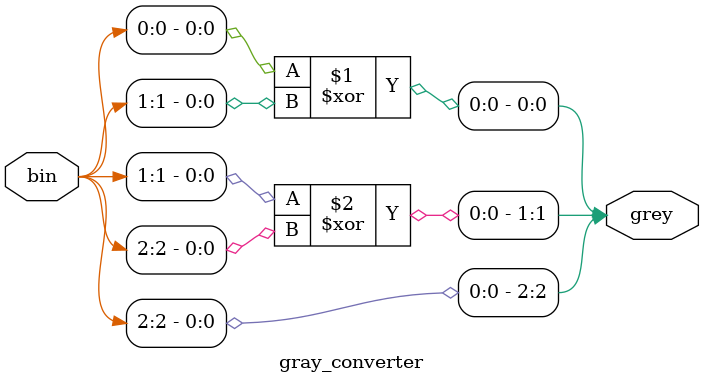
<source format=sv>
`timescale 1ns / 1ps


module gray_converter #(parameter width = 3) (
    input logic [width-1:0] bin,
    output logic [width-1:0] grey
);

    genvar i;
    generate
        for (i = 0; i < width; i++) begin
            assign grey[i] = (i == (width - 1)) ? bin[i] : (bin[i] ^ bin[i+1]);
        end
    endgenerate

endmodule

</source>
